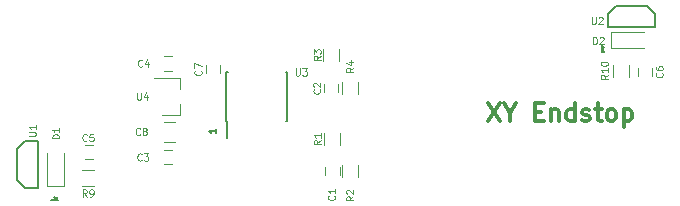
<source format=gbr>
G04 #@! TF.GenerationSoftware,KiCad,Pcbnew,(5.0.0-3-g5ebb6b6)*
G04 #@! TF.CreationDate,2018-08-08T21:58:00-07:00*
G04 #@! TF.ProjectId,MZBOT_XY-Endstop,4D5A424F545F58592D456E6473746F70,A*
G04 #@! TF.SameCoordinates,Original*
G04 #@! TF.FileFunction,Legend,Top*
G04 #@! TF.FilePolarity,Positive*
%FSLAX46Y46*%
G04 Gerber Fmt 4.6, Leading zero omitted, Abs format (unit mm)*
G04 Created by KiCad (PCBNEW (5.0.0-3-g5ebb6b6)) date Wednesday, August 08, 2018 at 09:58:00 PM*
%MOMM*%
%LPD*%
G01*
G04 APERTURE LIST*
%ADD10C,0.150000*%
%ADD11C,0.300000*%
%ADD12C,0.120000*%
G04 APERTURE END LIST*
D10*
X139336428Y-103968571D02*
X139336428Y-104311428D01*
X139336428Y-104140000D02*
X138736428Y-104140000D01*
X138822142Y-104197142D01*
X138879285Y-104254285D01*
X138907857Y-104311428D01*
X171985000Y-97426428D02*
X171985000Y-96826428D01*
X172042142Y-97197857D02*
X172213571Y-97426428D01*
X172213571Y-97026428D02*
X171985000Y-97255000D01*
X126001428Y-109955000D02*
X125401428Y-109955000D01*
X125772857Y-109897857D02*
X126001428Y-109726428D01*
X125601428Y-109726428D02*
X125830000Y-109955000D01*
D11*
X162357142Y-101778571D02*
X163357142Y-103278571D01*
X163357142Y-101778571D02*
X162357142Y-103278571D01*
X164214285Y-102564285D02*
X164214285Y-103278571D01*
X163714285Y-101778571D02*
X164214285Y-102564285D01*
X164714285Y-101778571D01*
X166357142Y-102492857D02*
X166857142Y-102492857D01*
X167071428Y-103278571D02*
X166357142Y-103278571D01*
X166357142Y-101778571D01*
X167071428Y-101778571D01*
X167714285Y-102278571D02*
X167714285Y-103278571D01*
X167714285Y-102421428D02*
X167785714Y-102350000D01*
X167928571Y-102278571D01*
X168142857Y-102278571D01*
X168285714Y-102350000D01*
X168357142Y-102492857D01*
X168357142Y-103278571D01*
X169714285Y-103278571D02*
X169714285Y-101778571D01*
X169714285Y-103207142D02*
X169571428Y-103278571D01*
X169285714Y-103278571D01*
X169142857Y-103207142D01*
X169071428Y-103135714D01*
X169000000Y-102992857D01*
X169000000Y-102564285D01*
X169071428Y-102421428D01*
X169142857Y-102350000D01*
X169285714Y-102278571D01*
X169571428Y-102278571D01*
X169714285Y-102350000D01*
X170357142Y-103207142D02*
X170500000Y-103278571D01*
X170785714Y-103278571D01*
X170928571Y-103207142D01*
X171000000Y-103064285D01*
X171000000Y-102992857D01*
X170928571Y-102850000D01*
X170785714Y-102778571D01*
X170571428Y-102778571D01*
X170428571Y-102707142D01*
X170357142Y-102564285D01*
X170357142Y-102492857D01*
X170428571Y-102350000D01*
X170571428Y-102278571D01*
X170785714Y-102278571D01*
X170928571Y-102350000D01*
X171428571Y-102278571D02*
X172000000Y-102278571D01*
X171642857Y-101778571D02*
X171642857Y-103064285D01*
X171714285Y-103207142D01*
X171857142Y-103278571D01*
X172000000Y-103278571D01*
X172714285Y-103278571D02*
X172571428Y-103207142D01*
X172500000Y-103135714D01*
X172428571Y-102992857D01*
X172428571Y-102564285D01*
X172500000Y-102421428D01*
X172571428Y-102350000D01*
X172714285Y-102278571D01*
X172928571Y-102278571D01*
X173071428Y-102350000D01*
X173142857Y-102421428D01*
X173214285Y-102564285D01*
X173214285Y-102992857D01*
X173142857Y-103135714D01*
X173071428Y-103207142D01*
X172928571Y-103278571D01*
X172714285Y-103278571D01*
X173857142Y-102278571D02*
X173857142Y-103778571D01*
X173857142Y-102350000D02*
X174000000Y-102278571D01*
X174285714Y-102278571D01*
X174428571Y-102350000D01*
X174500000Y-102421428D01*
X174571428Y-102564285D01*
X174571428Y-102992857D01*
X174500000Y-103135714D01*
X174428571Y-103207142D01*
X174285714Y-103278571D01*
X174000000Y-103278571D01*
X173857142Y-103207142D01*
D10*
G04 #@! TO.C,U1*
X122500000Y-105680000D02*
X122500000Y-108280000D01*
X124300000Y-108980000D02*
X123200000Y-108980000D01*
X122500000Y-108280000D02*
X123200000Y-108980000D01*
X124300000Y-104980000D02*
X123200000Y-104980000D01*
X123200000Y-104980000D02*
X122500000Y-105680000D01*
X124300000Y-106980000D02*
X124300000Y-108980000D01*
X124300000Y-106980000D02*
X124300000Y-104980000D01*
D12*
G04 #@! TO.C,C5*
X128922200Y-106505800D02*
X128222200Y-106505800D01*
X128222200Y-105305800D02*
X128922200Y-105305800D01*
G04 #@! TO.C,R9*
X129008000Y-108770200D02*
X128008000Y-108770200D01*
X128008000Y-107410200D02*
X129008000Y-107410200D01*
G04 #@! TO.C,C1*
X148600000Y-107850000D02*
X148600000Y-107150000D01*
X149800000Y-107150000D02*
X149800000Y-107850000D01*
G04 #@! TO.C,C2*
X148500000Y-100850000D02*
X148500000Y-100150000D01*
X149700000Y-100150000D02*
X149700000Y-100850000D01*
G04 #@! TO.C,C3*
X134950000Y-105700000D02*
X135650000Y-105700000D01*
X135650000Y-106900000D02*
X134950000Y-106900000D01*
G04 #@! TO.C,C4*
X134950000Y-97800000D02*
X135650000Y-97800000D01*
X135650000Y-99000000D02*
X134950000Y-99000000D01*
G04 #@! TO.C,R1*
X149880000Y-104300000D02*
X149880000Y-105300000D01*
X148520000Y-105300000D02*
X148520000Y-104300000D01*
G04 #@! TO.C,R2*
X150020000Y-108000000D02*
X150020000Y-107000000D01*
X151380000Y-107000000D02*
X151380000Y-108000000D01*
G04 #@! TO.C,R3*
X149780000Y-97200000D02*
X149780000Y-98200000D01*
X148420000Y-98200000D02*
X148420000Y-97200000D01*
G04 #@! TO.C,R4*
X150020000Y-101000000D02*
X150020000Y-100000000D01*
X151380000Y-100000000D02*
X151380000Y-101000000D01*
G04 #@! TO.C,R10*
X172938400Y-99522400D02*
X172938400Y-98522400D01*
X174298400Y-98522400D02*
X174298400Y-99522400D01*
D10*
G04 #@! TO.C,U2*
X175800000Y-93500000D02*
X173200000Y-93500000D01*
X172500000Y-95300000D02*
X172500000Y-94200000D01*
X173200000Y-93500000D02*
X172500000Y-94200000D01*
X176500000Y-95300000D02*
X176500000Y-94200000D01*
X176500000Y-94200000D02*
X175800000Y-93500000D01*
X174500000Y-95300000D02*
X172500000Y-95300000D01*
X174500000Y-95300000D02*
X176500000Y-95300000D01*
G04 #@! TO.C,U3*
X140225000Y-103275000D02*
X140275000Y-103275000D01*
X140225000Y-99125000D02*
X140370000Y-99125000D01*
X145375000Y-99125000D02*
X145230000Y-99125000D01*
X145375000Y-103275000D02*
X145230000Y-103275000D01*
X140225000Y-103275000D02*
X140225000Y-99125000D01*
X145375000Y-103275000D02*
X145375000Y-99125000D01*
X140275000Y-103275000D02*
X140275000Y-104675000D01*
D12*
G04 #@! TO.C,U4*
X136260000Y-102780000D02*
X136260000Y-101850000D01*
X136260000Y-99620000D02*
X136260000Y-100550000D01*
X136260000Y-99620000D02*
X134100000Y-99620000D01*
X136260000Y-102780000D02*
X134800000Y-102780000D01*
G04 #@! TO.C,C6*
X175050400Y-99474000D02*
X175050400Y-98774000D01*
X176250400Y-98774000D02*
X176250400Y-99474000D01*
G04 #@! TO.C,C7*
X138500000Y-99250000D02*
X138500000Y-98550000D01*
X139700000Y-98550000D02*
X139700000Y-99250000D01*
G04 #@! TO.C,C8*
X134900000Y-105050000D02*
X135900000Y-105050000D01*
X135900000Y-103350000D02*
X134900000Y-103350000D01*
G04 #@! TO.C,D1*
X125050000Y-108800000D02*
X126450000Y-108800000D01*
X126450000Y-108800000D02*
X126450000Y-106000000D01*
X125050000Y-108800000D02*
X125050000Y-106000000D01*
G04 #@! TO.C,D2*
X172758200Y-95731600D02*
X172758200Y-97131600D01*
X172758200Y-97131600D02*
X175558200Y-97131600D01*
X172758200Y-95731600D02*
X175558200Y-95731600D01*
G04 #@! TO.C,U1*
X123471428Y-104557142D02*
X123957142Y-104557142D01*
X124014285Y-104528571D01*
X124042857Y-104500000D01*
X124071428Y-104442857D01*
X124071428Y-104328571D01*
X124042857Y-104271428D01*
X124014285Y-104242857D01*
X123957142Y-104214285D01*
X123471428Y-104214285D01*
X124071428Y-103614285D02*
X124071428Y-103957142D01*
X124071428Y-103785714D02*
X123471428Y-103785714D01*
X123557142Y-103842857D01*
X123614285Y-103900000D01*
X123642857Y-103957142D01*
G04 #@! TO.C,C5*
X128400000Y-104914285D02*
X128371428Y-104942857D01*
X128285714Y-104971428D01*
X128228571Y-104971428D01*
X128142857Y-104942857D01*
X128085714Y-104885714D01*
X128057142Y-104828571D01*
X128028571Y-104714285D01*
X128028571Y-104628571D01*
X128057142Y-104514285D01*
X128085714Y-104457142D01*
X128142857Y-104400000D01*
X128228571Y-104371428D01*
X128285714Y-104371428D01*
X128371428Y-104400000D01*
X128400000Y-104428571D01*
X128942857Y-104371428D02*
X128657142Y-104371428D01*
X128628571Y-104657142D01*
X128657142Y-104628571D01*
X128714285Y-104600000D01*
X128857142Y-104600000D01*
X128914285Y-104628571D01*
X128942857Y-104657142D01*
X128971428Y-104714285D01*
X128971428Y-104857142D01*
X128942857Y-104914285D01*
X128914285Y-104942857D01*
X128857142Y-104971428D01*
X128714285Y-104971428D01*
X128657142Y-104942857D01*
X128628571Y-104914285D01*
G04 #@! TO.C,R9*
X128400000Y-109671428D02*
X128200000Y-109385714D01*
X128057142Y-109671428D02*
X128057142Y-109071428D01*
X128285714Y-109071428D01*
X128342857Y-109100000D01*
X128371428Y-109128571D01*
X128400000Y-109185714D01*
X128400000Y-109271428D01*
X128371428Y-109328571D01*
X128342857Y-109357142D01*
X128285714Y-109385714D01*
X128057142Y-109385714D01*
X128685714Y-109671428D02*
X128800000Y-109671428D01*
X128857142Y-109642857D01*
X128885714Y-109614285D01*
X128942857Y-109528571D01*
X128971428Y-109414285D01*
X128971428Y-109185714D01*
X128942857Y-109128571D01*
X128914285Y-109100000D01*
X128857142Y-109071428D01*
X128742857Y-109071428D01*
X128685714Y-109100000D01*
X128657142Y-109128571D01*
X128628571Y-109185714D01*
X128628571Y-109328571D01*
X128657142Y-109385714D01*
X128685714Y-109414285D01*
X128742857Y-109442857D01*
X128857142Y-109442857D01*
X128914285Y-109414285D01*
X128942857Y-109385714D01*
X128971428Y-109328571D01*
G04 #@! TO.C,C1*
X149364285Y-109600000D02*
X149392857Y-109628571D01*
X149421428Y-109714285D01*
X149421428Y-109771428D01*
X149392857Y-109857142D01*
X149335714Y-109914285D01*
X149278571Y-109942857D01*
X149164285Y-109971428D01*
X149078571Y-109971428D01*
X148964285Y-109942857D01*
X148907142Y-109914285D01*
X148850000Y-109857142D01*
X148821428Y-109771428D01*
X148821428Y-109714285D01*
X148850000Y-109628571D01*
X148878571Y-109600000D01*
X149421428Y-109028571D02*
X149421428Y-109371428D01*
X149421428Y-109200000D02*
X148821428Y-109200000D01*
X148907142Y-109257142D01*
X148964285Y-109314285D01*
X148992857Y-109371428D01*
G04 #@! TO.C,C2*
X148114285Y-100600000D02*
X148142857Y-100628571D01*
X148171428Y-100714285D01*
X148171428Y-100771428D01*
X148142857Y-100857142D01*
X148085714Y-100914285D01*
X148028571Y-100942857D01*
X147914285Y-100971428D01*
X147828571Y-100971428D01*
X147714285Y-100942857D01*
X147657142Y-100914285D01*
X147600000Y-100857142D01*
X147571428Y-100771428D01*
X147571428Y-100714285D01*
X147600000Y-100628571D01*
X147628571Y-100600000D01*
X147628571Y-100371428D02*
X147600000Y-100342857D01*
X147571428Y-100285714D01*
X147571428Y-100142857D01*
X147600000Y-100085714D01*
X147628571Y-100057142D01*
X147685714Y-100028571D01*
X147742857Y-100028571D01*
X147828571Y-100057142D01*
X148171428Y-100400000D01*
X148171428Y-100028571D01*
G04 #@! TO.C,C3*
X133050000Y-106564285D02*
X133021428Y-106592857D01*
X132935714Y-106621428D01*
X132878571Y-106621428D01*
X132792857Y-106592857D01*
X132735714Y-106535714D01*
X132707142Y-106478571D01*
X132678571Y-106364285D01*
X132678571Y-106278571D01*
X132707142Y-106164285D01*
X132735714Y-106107142D01*
X132792857Y-106050000D01*
X132878571Y-106021428D01*
X132935714Y-106021428D01*
X133021428Y-106050000D01*
X133050000Y-106078571D01*
X133250000Y-106021428D02*
X133621428Y-106021428D01*
X133421428Y-106250000D01*
X133507142Y-106250000D01*
X133564285Y-106278571D01*
X133592857Y-106307142D01*
X133621428Y-106364285D01*
X133621428Y-106507142D01*
X133592857Y-106564285D01*
X133564285Y-106592857D01*
X133507142Y-106621428D01*
X133335714Y-106621428D01*
X133278571Y-106592857D01*
X133250000Y-106564285D01*
G04 #@! TO.C,C4*
X133100000Y-98614285D02*
X133071428Y-98642857D01*
X132985714Y-98671428D01*
X132928571Y-98671428D01*
X132842857Y-98642857D01*
X132785714Y-98585714D01*
X132757142Y-98528571D01*
X132728571Y-98414285D01*
X132728571Y-98328571D01*
X132757142Y-98214285D01*
X132785714Y-98157142D01*
X132842857Y-98100000D01*
X132928571Y-98071428D01*
X132985714Y-98071428D01*
X133071428Y-98100000D01*
X133100000Y-98128571D01*
X133614285Y-98271428D02*
X133614285Y-98671428D01*
X133471428Y-98042857D02*
X133328571Y-98471428D01*
X133700000Y-98471428D01*
G04 #@! TO.C,R1*
X148221428Y-104900000D02*
X147935714Y-105100000D01*
X148221428Y-105242857D02*
X147621428Y-105242857D01*
X147621428Y-105014285D01*
X147650000Y-104957142D01*
X147678571Y-104928571D01*
X147735714Y-104900000D01*
X147821428Y-104900000D01*
X147878571Y-104928571D01*
X147907142Y-104957142D01*
X147935714Y-105014285D01*
X147935714Y-105242857D01*
X148221428Y-104328571D02*
X148221428Y-104671428D01*
X148221428Y-104500000D02*
X147621428Y-104500000D01*
X147707142Y-104557142D01*
X147764285Y-104614285D01*
X147792857Y-104671428D01*
G04 #@! TO.C,R2*
X150971428Y-109650000D02*
X150685714Y-109850000D01*
X150971428Y-109992857D02*
X150371428Y-109992857D01*
X150371428Y-109764285D01*
X150400000Y-109707142D01*
X150428571Y-109678571D01*
X150485714Y-109650000D01*
X150571428Y-109650000D01*
X150628571Y-109678571D01*
X150657142Y-109707142D01*
X150685714Y-109764285D01*
X150685714Y-109992857D01*
X150428571Y-109421428D02*
X150400000Y-109392857D01*
X150371428Y-109335714D01*
X150371428Y-109192857D01*
X150400000Y-109135714D01*
X150428571Y-109107142D01*
X150485714Y-109078571D01*
X150542857Y-109078571D01*
X150628571Y-109107142D01*
X150971428Y-109450000D01*
X150971428Y-109078571D01*
G04 #@! TO.C,R3*
X148201428Y-97770000D02*
X147915714Y-97970000D01*
X148201428Y-98112857D02*
X147601428Y-98112857D01*
X147601428Y-97884285D01*
X147630000Y-97827142D01*
X147658571Y-97798571D01*
X147715714Y-97770000D01*
X147801428Y-97770000D01*
X147858571Y-97798571D01*
X147887142Y-97827142D01*
X147915714Y-97884285D01*
X147915714Y-98112857D01*
X147601428Y-97570000D02*
X147601428Y-97198571D01*
X147830000Y-97398571D01*
X147830000Y-97312857D01*
X147858571Y-97255714D01*
X147887142Y-97227142D01*
X147944285Y-97198571D01*
X148087142Y-97198571D01*
X148144285Y-97227142D01*
X148172857Y-97255714D01*
X148201428Y-97312857D01*
X148201428Y-97484285D01*
X148172857Y-97541428D01*
X148144285Y-97570000D01*
G04 #@! TO.C,R4*
X150971428Y-98750000D02*
X150685714Y-98950000D01*
X150971428Y-99092857D02*
X150371428Y-99092857D01*
X150371428Y-98864285D01*
X150400000Y-98807142D01*
X150428571Y-98778571D01*
X150485714Y-98750000D01*
X150571428Y-98750000D01*
X150628571Y-98778571D01*
X150657142Y-98807142D01*
X150685714Y-98864285D01*
X150685714Y-99092857D01*
X150571428Y-98235714D02*
X150971428Y-98235714D01*
X150342857Y-98378571D02*
X150771428Y-98521428D01*
X150771428Y-98150000D01*
G04 #@! TO.C,R10*
X172521428Y-99385714D02*
X172235714Y-99585714D01*
X172521428Y-99728571D02*
X171921428Y-99728571D01*
X171921428Y-99500000D01*
X171950000Y-99442857D01*
X171978571Y-99414285D01*
X172035714Y-99385714D01*
X172121428Y-99385714D01*
X172178571Y-99414285D01*
X172207142Y-99442857D01*
X172235714Y-99500000D01*
X172235714Y-99728571D01*
X172521428Y-98814285D02*
X172521428Y-99157142D01*
X172521428Y-98985714D02*
X171921428Y-98985714D01*
X172007142Y-99042857D01*
X172064285Y-99100000D01*
X172092857Y-99157142D01*
X171921428Y-98442857D02*
X171921428Y-98385714D01*
X171950000Y-98328571D01*
X171978571Y-98300000D01*
X172035714Y-98271428D01*
X172150000Y-98242857D01*
X172292857Y-98242857D01*
X172407142Y-98271428D01*
X172464285Y-98300000D01*
X172492857Y-98328571D01*
X172521428Y-98385714D01*
X172521428Y-98442857D01*
X172492857Y-98500000D01*
X172464285Y-98528571D01*
X172407142Y-98557142D01*
X172292857Y-98585714D01*
X172150000Y-98585714D01*
X172035714Y-98557142D01*
X171978571Y-98528571D01*
X171950000Y-98500000D01*
X171921428Y-98442857D01*
G04 #@! TO.C,U2*
X171142857Y-94471428D02*
X171142857Y-94957142D01*
X171171428Y-95014285D01*
X171200000Y-95042857D01*
X171257142Y-95071428D01*
X171371428Y-95071428D01*
X171428571Y-95042857D01*
X171457142Y-95014285D01*
X171485714Y-94957142D01*
X171485714Y-94471428D01*
X171742857Y-94528571D02*
X171771428Y-94500000D01*
X171828571Y-94471428D01*
X171971428Y-94471428D01*
X172028571Y-94500000D01*
X172057142Y-94528571D01*
X172085714Y-94585714D01*
X172085714Y-94642857D01*
X172057142Y-94728571D01*
X171714285Y-95071428D01*
X172085714Y-95071428D01*
G04 #@! TO.C,U3*
X146092857Y-98821428D02*
X146092857Y-99307142D01*
X146121428Y-99364285D01*
X146150000Y-99392857D01*
X146207142Y-99421428D01*
X146321428Y-99421428D01*
X146378571Y-99392857D01*
X146407142Y-99364285D01*
X146435714Y-99307142D01*
X146435714Y-98821428D01*
X146664285Y-98821428D02*
X147035714Y-98821428D01*
X146835714Y-99050000D01*
X146921428Y-99050000D01*
X146978571Y-99078571D01*
X147007142Y-99107142D01*
X147035714Y-99164285D01*
X147035714Y-99307142D01*
X147007142Y-99364285D01*
X146978571Y-99392857D01*
X146921428Y-99421428D01*
X146750000Y-99421428D01*
X146692857Y-99392857D01*
X146664285Y-99364285D01*
G04 #@! TO.C,U4*
X132642857Y-100871428D02*
X132642857Y-101357142D01*
X132671428Y-101414285D01*
X132700000Y-101442857D01*
X132757142Y-101471428D01*
X132871428Y-101471428D01*
X132928571Y-101442857D01*
X132957142Y-101414285D01*
X132985714Y-101357142D01*
X132985714Y-100871428D01*
X133528571Y-101071428D02*
X133528571Y-101471428D01*
X133385714Y-100842857D02*
X133242857Y-101271428D01*
X133614285Y-101271428D01*
G04 #@! TO.C,C6*
X177114285Y-99200000D02*
X177142857Y-99228571D01*
X177171428Y-99314285D01*
X177171428Y-99371428D01*
X177142857Y-99457142D01*
X177085714Y-99514285D01*
X177028571Y-99542857D01*
X176914285Y-99571428D01*
X176828571Y-99571428D01*
X176714285Y-99542857D01*
X176657142Y-99514285D01*
X176600000Y-99457142D01*
X176571428Y-99371428D01*
X176571428Y-99314285D01*
X176600000Y-99228571D01*
X176628571Y-99200000D01*
X176571428Y-98685714D02*
X176571428Y-98800000D01*
X176600000Y-98857142D01*
X176628571Y-98885714D01*
X176714285Y-98942857D01*
X176828571Y-98971428D01*
X177057142Y-98971428D01*
X177114285Y-98942857D01*
X177142857Y-98914285D01*
X177171428Y-98857142D01*
X177171428Y-98742857D01*
X177142857Y-98685714D01*
X177114285Y-98657142D01*
X177057142Y-98628571D01*
X176914285Y-98628571D01*
X176857142Y-98657142D01*
X176828571Y-98685714D01*
X176800000Y-98742857D01*
X176800000Y-98857142D01*
X176828571Y-98914285D01*
X176857142Y-98942857D01*
X176914285Y-98971428D01*
G04 #@! TO.C,C7*
X138064285Y-99000000D02*
X138092857Y-99028571D01*
X138121428Y-99114285D01*
X138121428Y-99171428D01*
X138092857Y-99257142D01*
X138035714Y-99314285D01*
X137978571Y-99342857D01*
X137864285Y-99371428D01*
X137778571Y-99371428D01*
X137664285Y-99342857D01*
X137607142Y-99314285D01*
X137550000Y-99257142D01*
X137521428Y-99171428D01*
X137521428Y-99114285D01*
X137550000Y-99028571D01*
X137578571Y-99000000D01*
X137521428Y-98800000D02*
X137521428Y-98400000D01*
X138121428Y-98657142D01*
G04 #@! TO.C,C8*
X132900000Y-104414285D02*
X132871428Y-104442857D01*
X132785714Y-104471428D01*
X132728571Y-104471428D01*
X132642857Y-104442857D01*
X132585714Y-104385714D01*
X132557142Y-104328571D01*
X132528571Y-104214285D01*
X132528571Y-104128571D01*
X132557142Y-104014285D01*
X132585714Y-103957142D01*
X132642857Y-103900000D01*
X132728571Y-103871428D01*
X132785714Y-103871428D01*
X132871428Y-103900000D01*
X132900000Y-103928571D01*
X133242857Y-104128571D02*
X133185714Y-104100000D01*
X133157142Y-104071428D01*
X133128571Y-104014285D01*
X133128571Y-103985714D01*
X133157142Y-103928571D01*
X133185714Y-103900000D01*
X133242857Y-103871428D01*
X133357142Y-103871428D01*
X133414285Y-103900000D01*
X133442857Y-103928571D01*
X133471428Y-103985714D01*
X133471428Y-104014285D01*
X133442857Y-104071428D01*
X133414285Y-104100000D01*
X133357142Y-104128571D01*
X133242857Y-104128571D01*
X133185714Y-104157142D01*
X133157142Y-104185714D01*
X133128571Y-104242857D01*
X133128571Y-104357142D01*
X133157142Y-104414285D01*
X133185714Y-104442857D01*
X133242857Y-104471428D01*
X133357142Y-104471428D01*
X133414285Y-104442857D01*
X133442857Y-104414285D01*
X133471428Y-104357142D01*
X133471428Y-104242857D01*
X133442857Y-104185714D01*
X133414285Y-104157142D01*
X133357142Y-104128571D01*
G04 #@! TO.C,D1*
X126071428Y-104742857D02*
X125471428Y-104742857D01*
X125471428Y-104600000D01*
X125500000Y-104514285D01*
X125557142Y-104457142D01*
X125614285Y-104428571D01*
X125728571Y-104400000D01*
X125814285Y-104400000D01*
X125928571Y-104428571D01*
X125985714Y-104457142D01*
X126042857Y-104514285D01*
X126071428Y-104600000D01*
X126071428Y-104742857D01*
X126071428Y-103828571D02*
X126071428Y-104171428D01*
X126071428Y-104000000D02*
X125471428Y-104000000D01*
X125557142Y-104057142D01*
X125614285Y-104114285D01*
X125642857Y-104171428D01*
G04 #@! TO.C,D2*
X171257142Y-96771428D02*
X171257142Y-96171428D01*
X171400000Y-96171428D01*
X171485714Y-96200000D01*
X171542857Y-96257142D01*
X171571428Y-96314285D01*
X171600000Y-96428571D01*
X171600000Y-96514285D01*
X171571428Y-96628571D01*
X171542857Y-96685714D01*
X171485714Y-96742857D01*
X171400000Y-96771428D01*
X171257142Y-96771428D01*
X171828571Y-96228571D02*
X171857142Y-96200000D01*
X171914285Y-96171428D01*
X172057142Y-96171428D01*
X172114285Y-96200000D01*
X172142857Y-96228571D01*
X172171428Y-96285714D01*
X172171428Y-96342857D01*
X172142857Y-96428571D01*
X171800000Y-96771428D01*
X172171428Y-96771428D01*
G04 #@! TD*
M02*

</source>
